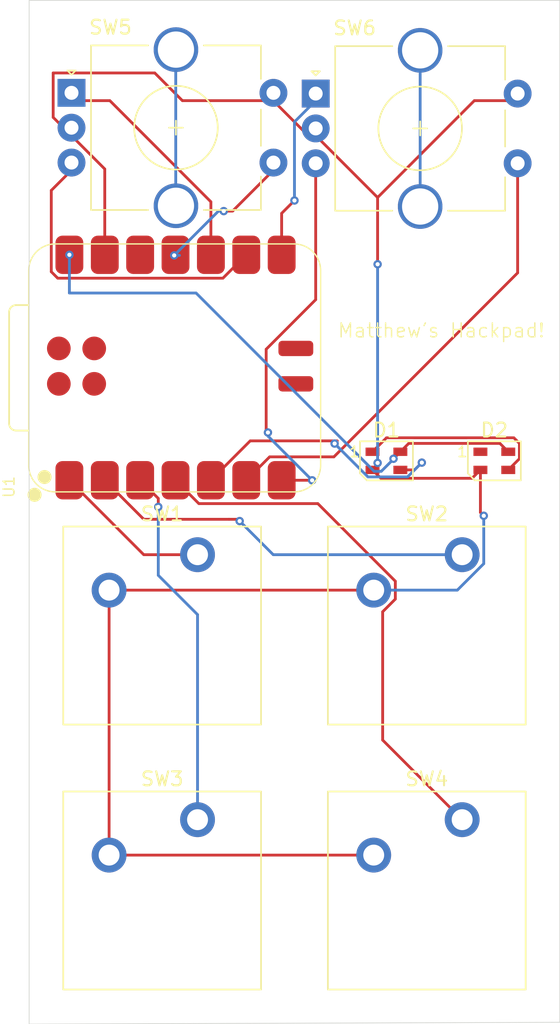
<source format=kicad_pcb>
(kicad_pcb (version 20241229) (generator "pcbnew") (generator_version "9.0")
  (layers (0 "F.Cu" signal) (2 "B.Cu" signal) (13 "F.Paste" user) (15 "B.Paste" user) (5 "F.SilkS" user "F.Silkscreen") (7 "B.SilkS" user "B.Silkscreen") (1 "F.Mask" user) (3 "B.Mask" user) (25 "Edge.Cuts" user))
  (net 0 "")
  (net 1 "+5V")
  (net 2 "Net-(D1-DIN)")
  (net 3 "Net-(D1-DOUT)")
  (net 4 "GND")
  (net 6 "Net-(U1-GPIO26{slash}ADC0{slash}A0)")
  (net 7 "Net-(U1-GPIO27{slash}ADC1{slash}A1)")
  (net 8 "Net-(U1-GPIO28{slash}ADC2{slash}A2)")
  (net 9 "Net-(U1-GPIO29{slash}ADC3{slash}A3)")
  (net 10 "Net-(U1-GPIO4{slash}MISO)")
  (net 11 "Net-(U1-GPIO3{slash}MOSI)")
  (net 12 "Net-(U1-GPIO2{slash}SCK)")
  (net 13 "unconnected-(SW5-PadMP)")
  (net 14 "unconnected-(SW6-PadMP)")
  (net 16 "Net-(U1-GPIO0{slash}TX)")
  (net 17 "Net-(U1-GPIO1{slash}RX)")
  (net 18 "Net-(U1-GPIO7{slash}SCL)")
  (footprint "PCM_Switch_Keyboard_Cherry_MX:SW_Cherry_MX_PCB_1.00u" (layer "F.Cu") (at 144.247 126.315)
    (property "Reference" "SW4" (at 0 -8 0) (layer "F.SilkS"))
    (property "Value" "SW_Push_45deg")
    (fp_line (start -7.1 -7.1) (end -7.1 7.1) (stroke (width 0.12)) (layer "F.SilkS"))
    (fp_line (start -7.1 7.1) (end 7.1 7.1) (stroke (width 0.12)) (layer "F.SilkS"))
    (fp_line (start 7.1 -7.1) (end -7.1 -7.1) (stroke (width 0.12)) (layer "F.SilkS"))
    (fp_line (start 7.1 7.1) (end 7.1 -7.1) (stroke (width 0.12)) (layer "F.SilkS"))
    (pad "" np_thru_hole circle (at -5.08 0) (size 1.75 1.75) (drill 1.75) (layers "*.Cu" "*.Mask"))
    (pad "" np_thru_hole circle (at 0 0) (size 4 4) (drill 4) (layers "*.Cu" "*.Mask"))
    (pad "" np_thru_hole circle (at 5.08 0) (size 1.75 1.75) (drill 1.75) (layers "*.Cu" "*.Mask"))
    (pad "1" thru_hole circle (at -3.81 -2.54) (size 2.5 2.5) (drill 1.5) (layers "*.Cu" "*.Mask") (net 4 "GND"))
    (pad "2" thru_hole circle (at 2.54 -5.08) (size 2.5 2.5) (drill 1.5) (layers "*.Cu" "*.Mask") (net 9 "Net-(U1-GPIO29{slash}ADC3{slash}A3)"))
  )
  (footprint "PCM_Switch_Keyboard_Cherry_MX:SW_Cherry_MX_PCB_1.00u" (layer "F.Cu") (at 144.247 107.315)
    (property "Reference" "SW2" (at 0 -8 0) (layer "F.SilkS"))
    (property "Value" "SW_Push_45deg" (hide yes))
    (fp_line (start -7.1 -7.1) (end -7.1 7.1) (stroke (width 0.12)) (layer "F.SilkS"))
    (fp_line (start -7.1 7.1) (end 7.1 7.1) (stroke (width 0.12)) (layer "F.SilkS"))
    (fp_line (start 7.1 -7.1) (end -7.1 -7.1) (stroke (width 0.12)) (layer "F.SilkS"))
    (fp_line (start 7.1 7.1) (end 7.1 -7.1) (stroke (width 0.12)) (layer "F.SilkS"))
    (pad "" np_thru_hole circle (at -5.08 0) (size 1.75 1.75) (drill 1.75) (layers "*.Cu" "*.Mask"))
    (pad "" np_thru_hole circle (at 0 0) (size 4 4) (drill 4) (layers "*.Cu" "*.Mask"))
    (pad "" np_thru_hole circle (at 5.08 0) (size 1.75 1.75) (drill 1.75) (layers "*.Cu" "*.Mask"))
    (pad "1" thru_hole circle (at -3.81 -2.54) (size 2.5 2.5) (drill 1.5) (layers "*.Cu" "*.Mask") (net 4 "GND"))
    (pad "2" thru_hole circle (at 2.54 -5.08) (size 2.5 2.5) (drill 1.5) (layers "*.Cu" "*.Mask") (net 7 "Net-(U1-GPIO27{slash}ADC1{slash}A1)"))
  )
  (footprint "Rotary_Encoder:RotaryEncoder_Alps_EC11E-Switch_Vertical_H20mm_CircularMountingHoles" (layer "F.Cu") (at 118.738 69.116)
    (property "Reference" "SW5" (at 2.8 -4.7 0) (layer "F.SilkS"))
    (property "Value" "RotaryEncoder_Switch_MP" (hide yes))
    (fp_line (start -0.3 -1.6) (end 0.3 -1.6) (stroke (width 0.12)) (layer "F.SilkS"))
    (fp_line (start 0 -1.3) (end -0.3 -1.6) (stroke (width 0.12)) (layer "F.SilkS"))
    (fp_line (start 0.3 -1.6) (end 0 -1.3) (stroke (width 0.12)) (layer "F.SilkS"))
    (fp_line (start 1.4 -3.4) (end 1.4 8.4) (stroke (width 0.12)) (layer "F.SilkS"))
    (fp_line (start 5.5 -3.4) (end 1.4 -3.4) (stroke (width 0.12)) (layer "F.SilkS"))
    (fp_line (start 5.5 8.4) (end 1.4 8.4) (stroke (width 0.12)) (layer "F.SilkS"))
    (fp_line (start 7 2.5) (end 8 2.5) (stroke (width 0.12)) (layer "F.SilkS"))
    (fp_line (start 7.5 2) (end 7.5 3) (stroke (width 0.12)) (layer "F.SilkS"))
    (fp_line (start 9.5 -3.4) (end 13.6 -3.4) (stroke (width 0.12)) (layer "F.SilkS"))
    (fp_line (start 13.6 -3.4) (end 13.6 -1) (stroke (width 0.12)) (layer "F.SilkS"))
    (fp_line (start 13.6 1.2) (end 13.6 3.8) (stroke (width 0.12)) (layer "F.SilkS"))
    (fp_line (start 13.6 6) (end 13.6 8.4) (stroke (width 0.12)) (layer "F.SilkS"))
    (fp_line (start 13.6 8.4) (end 9.5 8.4) (stroke (width 0.12)) (layer "F.SilkS"))
    (fp_circle (center 7.5 2.5) (end 10.5 2.5) (stroke (width 0.12)) (fill no) (layer "F.SilkS"))
    (pad "A" thru_hole rect (at 0 0) (size 2 2) (drill 1) (layers "*.Cu" "*.Mask") (net 10 "Net-(U1-GPIO4{slash}MISO)"))
    (pad "B" thru_hole circle (at 0 5) (size 2 2) (drill 1) (layers "*.Cu" "*.Mask") (net 12 "Net-(U1-GPIO2{slash}SCK)"))
    (pad "C" thru_hole circle (at 0 2.5) (size 2 2) (drill 1) (layers "*.Cu" "*.Mask") (net 4 "GND"))
    (pad "MP" thru_hole circle (at 7.5 -3.1) (size 3.2 3.2) (drill 2.6) (layers "*.Cu" "*.Mask") (net 13 "unconnected-(SW5-PadMP)"))
    (pad "MP" thru_hole circle (at 7.5 8.1) (size 3.2 3.2) (drill 2.6) (layers "*.Cu" "*.Mask") (net 13 "unconnected-(SW5-PadMP)"))
    (pad "S1" thru_hole circle (at 14.5 5) (size 2 2) (drill 1) (layers "*.Cu" "*.Mask") (net 11 "Net-(U1-GPIO3{slash}MOSI)"))
    (pad "S2" thru_hole circle (at 14.5 0) (size 2 2) (drill 1) (layers "*.Cu" "*.Mask") (net 4 "GND"))
  )
  (footprint "Seeed Studio XIAO Series Library:XIAO-RP2040-SMD" (layer "F.Cu") (at 126.20625 88.8955 90)
    (property "Reference" "U1" (at -9.335 -11.5 90) (layer "F.SilkS") (effects (font (size 0.78232 0.78232) (thickness 0.10668)) (justify left bottom)))
    (property "Value" "XIAO-RP2040-DIP" (hide yes))
    (fp_line (start -3.936272 -11.947) (end 4.059 -11.947) (stroke (width 0.127)) (layer "F.SilkS"))
    (fp_line (start 4.559 -11.447) (end 4.559 -10.537) (stroke (width 0.127)) (layer "F.SilkS"))
    (fp_line (start 7.04 -10.537) (end -6.93 -10.537) (stroke (width 0.1)) (layer "F.SilkS"))
    (fp_line (start -4.44 -10.537) (end -4.436272 -11.447272) (stroke (width 0.127)) (layer "F.SilkS"))
    (fp_line (start 8.945 8.513) (end 8.945 -8.632) (stroke (width 0.1)) (layer "F.SilkS"))
    (fp_line (start -8.835 8.513) (end -8.835 -8.632) (stroke (width 0.1)) (layer "F.SilkS"))
    (fp_line (start -6.93 10.418) (end 7.04 10.418) (stroke (width 0.1)) (layer "F.SilkS"))
    (fp_arc (start 4.059 -11.947) (mid 4.412553 -11.800553) (end 4.559 -11.447) (stroke (width 0.127)) (layer "F.SilkS"))
    (fp_arc (start -4.436272 -11.447272) (mid -4.289724 -11.800644) (end -3.936272 -11.947) (stroke (width 0.127)) (layer "F.SilkS"))
    (fp_arc (start 7.04 -10.537) (mid 8.387038 -9.979038) (end 8.945 -8.632) (stroke (width 0.1)) (layer "F.SilkS"))
    (fp_arc (start -8.835 -8.636) (mid -8.277038 -9.983038) (end -6.93 -10.541) (stroke (width 0.1)) (layer "F.SilkS"))
    (fp_arc (start 8.945 8.513) (mid 8.387038 9.860038) (end 7.04 10.418) (stroke (width 0.1)) (layer "F.SilkS"))
    (fp_arc (start -6.93 10.418) (mid -8.277038 9.860038) (end -8.835 8.513) (stroke (width 0.1)) (layer "F.SilkS"))
    (fp_circle (center -9.045 -10.121) (end -9.045 -10.375) (stroke (width 0.5)) (fill yes) (layer "F.SilkS"))
    (fp_circle (center -7.771 -9.404) (end -7.771 -9.658) (stroke (width 0.5)) (fill yes) (layer "F.SilkS"))
    (pad "1" smd roundrect (at -8 -7.62 90) (size 2.75 2) (layers "F.Cu" "F.Mask" "F.Paste") (net 6 "Net-(U1-GPIO26{slash}ADC0{slash}A0)"))
    (pad "2" smd roundrect (at -8 -5.08 90) (size 2.75 2) (layers "F.Cu" "F.Mask" "F.Paste") (net 7 "Net-(U1-GPIO27{slash}ADC1{slash}A1)"))
    (pad "3" smd roundrect (at -8 -2.54 90) (size 2.75 2) (layers "F.Cu" "F.Mask" "F.Paste") (net 8 "Net-(U1-GPIO28{slash}ADC2{slash}A2)"))
    (pad "4" smd roundrect (at -8 0 90) (size 2.75 2) (layers "F.Cu" "F.Mask" "F.Paste") (net 9 "Net-(U1-GPIO29{slash}ADC3{slash}A3)"))
    (pad "5" smd roundrect (at -8 2.54 90) (size 2.75 2) (layers "F.Cu" "F.Mask" "F.Paste") (net 2 "Net-(D1-DIN)"))
    (pad "6" smd roundrect (at -8 5.08 90) (size 2.75 2) (layers "F.Cu" "F.Mask" "F.Paste") (net 18 "Net-(U1-GPIO7{slash}SCL)"))
    (pad "7" smd roundrect (at -8 7.62 90) (size 2.75 2) (layers "F.Cu" "F.Mask" "F.Paste") (net 16 "Net-(U1-GPIO0{slash}TX)"))
    (pad "8" smd roundrect (at 8.165 7.62 90) (size 2.75 2) (layers "F.Cu" "F.Mask" "F.Paste") (net 17 "Net-(U1-GPIO1{slash}RX)"))
    (pad "9" smd roundrect (at 8.165 5.08 90) (size 2.75 2) (layers "F.Cu" "F.Mask" "F.Paste") (net 12 "Net-(U1-GPIO2{slash}SCK)"))
    (pad "10" smd roundrect (at 8.165 2.54 90) (size 2.75 2) (layers "F.Cu" "F.Mask" "F.Paste") (net 10 "Net-(U1-GPIO4{slash}MISO)"))
    (pad "11" smd roundrect (at 8.165 0 90) (size 2.75 2) (layers "F.Cu" "F.Mask" "F.Paste") (net 11 "Net-(U1-GPIO3{slash}MOSI)"))
    (pad "12" smd roundrect (at 8.165 -2.54 90) (size 2.75 2) (layers "F.Cu" "F.Mask" "F.Paste"))
    (pad "13" smd roundrect (at 8.165 -5.08 90) (size 2.75 2) (layers "F.Cu" "F.Mask" "F.Paste") (net 4 "GND"))
    (pad "14" smd roundrect (at 8.165 -7.62 90) (size 2.75 2) (layers "F.Cu" "F.Mask" "F.Paste") (net 1 "+5V"))
    (pad "15" smd roundrect (at -1.088 8.64) (size 2.5 1.1) (layers "F.Cu" "F.Mask" "F.Paste"))
    (pad "16" smd roundrect (at 1.452 8.64) (size 2.5 1.1) (layers "F.Cu" "F.Mask" "F.Paste"))
    (pad "17" smd circle (at -1.088 -8.378 90) (size 1.7 1.7) (layers "F.Cu" "F.Mask" "F.Paste"))
    (pad "18" smd circle (at 1.452 -8.378 90) (size 1.7 1.7) (layers "F.Cu" "F.Mask" "F.Paste"))
    (pad "19" smd circle (at -1.088 -5.838 90) (size 1.7 1.7) (layers "F.Cu" "F.Mask" "F.Paste"))
    (pad "20" smd circle (at 1.452 -5.838 90) (size 1.7 1.7) (layers "F.Cu" "F.Mask" "F.Paste"))
  )
  (footprint "PCM_Switch_Keyboard_Cherry_MX:SW_Cherry_MX_PCB_1.00u" (layer "F.Cu") (at 125.247 126.315)
    (property "Reference" "SW3" (at 0 -8 0) (layer "F.SilkS"))
    (property "Value" "SW_Push_45deg")
    (fp_line (start -7.1 -7.1) (end -7.1 7.1) (stroke (width 0.12)) (layer "F.SilkS"))
    (fp_line (start -7.1 7.1) (end 7.1 7.1) (stroke (width 0.12)) (layer "F.SilkS"))
    (fp_line (start 7.1 -7.1) (end -7.1 -7.1) (stroke (width 0.12)) (layer "F.SilkS"))
    (fp_line (start 7.1 7.1) (end 7.1 -7.1) (stroke (width 0.12)) (layer "F.SilkS"))
    (pad "" np_thru_hole circle (at -5.08 0) (size 1.75 1.75) (drill 1.75) (layers "*.Cu" "*.Mask"))
    (pad "" np_thru_hole circle (at 0 0) (size 4 4) (drill 4) (layers "*.Cu" "*.Mask"))
    (pad "" np_thru_hole circle (at 5.08 0) (size 1.75 1.75) (drill 1.75) (layers "*.Cu" "*.Mask"))
    (pad "1" thru_hole circle (at -3.81 -2.54) (size 2.5 2.5) (drill 1.5) (layers "*.Cu" "*.Mask") (net 4 "GND"))
    (pad "2" thru_hole circle (at 2.54 -5.08) (size 2.5 2.5) (drill 1.5) (layers "*.Cu" "*.Mask") (net 8 "Net-(U1-GPIO28{slash}ADC2{slash}A2)"))
  )
  (footprint "PCM_Switch_Keyboard_Cherry_MX:SW_Cherry_MX_PCB_1.00u" (layer "F.Cu") (at 125.247 107.315)
    (property "Reference" "SW1" (at 0 -8 0) (layer "F.SilkS"))
    (property "Value" "SW_Push_45deg")
    (fp_line (start -7.1 -7.1) (end -7.1 7.1) (stroke (width 0.12)) (layer "F.SilkS"))
    (fp_line (start -7.1 7.1) (end 7.1 7.1) (stroke (width 0.12)) (layer "F.SilkS"))
    (fp_line (start 7.1 -7.1) (end -7.1 -7.1) (stroke (width 0.12)) (layer "F.SilkS"))
    (fp_line (start 7.1 7.1) (end 7.1 -7.1) (stroke (width 0.12)) (layer "F.SilkS"))
    (pad "" np_thru_hole circle (at -5.08 0) (size 1.75 1.75) (drill 1.75) (layers "*.Cu" "*.Mask"))
    (pad "" np_thru_hole circle (at 0 0) (size 4 4) (drill 4) (layers "*.Cu" "*.Mask"))
    (pad "" np_thru_hole circle (at 5.08 0) (size 1.75 1.75) (drill 1.75) (layers "*.Cu" "*.Mask"))
    (pad "1" thru_hole circle (at -3.81 -2.54) (size 2.5 2.5) (drill 1.5) (layers "*.Cu" "*.Mask") (net 4 "GND"))
    (pad "2" thru_hole circle (at 2.54 -5.08) (size 2.5 2.5) (drill 1.5) (layers "*.Cu" "*.Mask") (net 6 "Net-(U1-GPIO26{slash}ADC0{slash}A0)"))
  )
  (footprint "Rotary_Encoder:RotaryEncoder_Alps_EC11E-Switch_Vertical_H20mm_CircularMountingHoles" (layer "F.Cu") (at 136.271 69.168)
    (property "Reference" "SW6" (at 2.8 -4.7 0) (layer "F.SilkS"))
    (property "Value" "RotaryEncoder_Switch_MP" (hide yes))
    (fp_line (start -0.3 -1.6) (end 0.3 -1.6) (stroke (width 0.12)) (layer "F.SilkS"))
    (fp_line (start 0 -1.3) (end -0.3 -1.6) (stroke (width 0.12)) (layer "F.SilkS"))
    (fp_line (start 0.3 -1.6) (end 0 -1.3) (stroke (width 0.12)) (layer "F.SilkS"))
    (fp_line (start 1.4 -3.4) (end 1.4 8.4) (stroke (width 0.12)) (layer "F.SilkS"))
    (fp_line (start 5.5 -3.4) (end 1.4 -3.4) (stroke (width 0.12)) (layer "F.SilkS"))
    (fp_line (start 5.5 8.4) (end 1.4 8.4) (stroke (width 0.12)) (layer "F.SilkS"))
    (fp_line (start 7 2.5) (end 8 2.5) (stroke (width 0.12)) (layer "F.SilkS"))
    (fp_line (start 7.5 2) (end 7.5 3) (stroke (width 0.12)) (layer "F.SilkS"))
    (fp_line (start 9.5 -3.4) (end 13.6 -3.4) (stroke (width 0.12)) (layer "F.SilkS"))
    (fp_line (start 13.6 -3.4) (end 13.6 -1) (stroke (width 0.12)) (layer "F.SilkS"))
    (fp_line (start 13.6 1.2) (end 13.6 3.8) (stroke (width 0.12)) (layer "F.SilkS"))
    (fp_line (start 13.6 6) (end 13.6 8.4) (stroke (width 0.12)) (layer "F.SilkS"))
    (fp_line (start 13.6 8.4) (end 9.5 8.4) (stroke (width 0.12)) (layer "F.SilkS"))
    (fp_circle (center 7.5 2.5) (end 10.5 2.5) (stroke (width 0.12)) (fill no) (layer "F.SilkS"))
    (pad "A" thru_hole rect (at 0 0) (size 2 2) (drill 1) (layers "*.Cu" "*.Mask") (net 17 "Net-(U1-GPIO1{slash}RX)"))
    (pad "B" thru_hole circle (at 0 5) (size 2 2) (drill 1) (layers "*.Cu" "*.Mask") (net 16 "Net-(U1-GPIO0{slash}TX)"))
    (pad "C" thru_hole circle (at 0 2.5) (size 2 2) (drill 1) (layers "*.Cu" "*.Mask") (net 4 "GND"))
    (pad "MP" thru_hole circle (at 7.5 -3.1) (size 3.2 3.2) (drill 2.6) (layers "*.Cu" "*.Mask") (net 14 "unconnected-(SW6-PadMP)"))
    (pad "MP" thru_hole circle (at 7.5 8.1) (size 3.2 3.2) (drill 2.6) (layers "*.Cu" "*.Mask") (net 14 "unconnected-(SW6-PadMP)"))
    (pad "S1" thru_hole circle (at 14.5 5) (size 2 2) (drill 1) (layers "*.Cu" "*.Mask") (net 18 "Net-(U1-GPIO7{slash}SCL)"))
    (pad "S2" thru_hole circle (at 14.5 0) (size 2 2) (drill 1) (layers "*.Cu" "*.Mask") (net 4 "GND"))
  )
  (footprint "LED_SMD:LED_SK6805_PLCC4_2.4x2.7mm_P1.3mm" (layer "F.Cu") (at 141.351 95.504)
    (property "Reference" "D1" (at 0 -2.2 0) (layer "F.SilkS"))
    (property "Value" "SK6805" (hide yes))
    (fp_line (start -1.9 -1.4) (end -1.9 0.9) (stroke (width 0.12)) (layer "F.SilkS"))
    (fp_line (start -1.9 -1.4) (end 1.9 -1.4) (stroke (width 0.12)) (layer "F.SilkS"))
    (fp_line (start -1.9 0.9) (end -1.4 1.4) (stroke (width 0.12)) (layer "F.SilkS"))
    (fp_line (start 1.9 1.4) (end -1.4 1.4) (stroke (width 0.12)) (layer "F.SilkS"))
    (fp_line (start 1.9 1.4) (end 1.9 -1.4) (stroke (width 0.12)) (layer "F.SilkS"))
    (fp_text user "1" (at -2.3 -0.65 0) (layer "F.SilkS") (effects (font (size 0.75 0.75) (thickness 0.12))))
    (pad "1" smd rect (at -1 -0.65) (size 1 0.6) (layers "F.Cu" "F.Mask" "F.Paste") (net 3 "Net-(D1-DOUT)"))
    (pad "2" smd rect (at -1 0.65) (size 1 0.6) (layers "F.Cu" "F.Mask" "F.Paste") (net 4 "GND"))
    (pad "3" smd rect (at 1 0.65) (size 1 0.6) (layers "F.Cu" "F.Mask" "F.Paste") (net 2 "Net-(D1-DIN)"))
    (pad "4" smd rect (at 1 -0.65) (size 1 0.6) (layers "F.Cu" "F.Mask" "F.Paste") (net 1 "+5V"))
  )
  (footprint "LED_SMD:LED_SK6805_PLCC4_2.4x2.7mm_P1.3mm" (layer "F.Cu") (at 149.098 95.504)
    (property "Reference" "D2" (at 0 -2.2 0) (layer "F.SilkS"))
    (property "Value" "SK6805" (hide yes))
    (fp_line (start -1.9 -1.4) (end -1.9 0.9) (stroke (width 0.12)) (layer "F.SilkS"))
    (fp_line (start -1.9 -1.4) (end 1.9 -1.4) (stroke (width 0.12)) (layer "F.SilkS"))
    (fp_line (start -1.9 0.9) (end -1.4 1.4) (stroke (width 0.12)) (layer "F.SilkS"))
    (fp_line (start 1.9 1.4) (end -1.4 1.4) (stroke (width 0.12)) (layer "F.SilkS"))
    (fp_line (start 1.9 1.4) (end 1.9 -1.4) (stroke (width 0.12)) (layer "F.SilkS"))
    (fp_text user "1" (at -2.3 -0.65 0) (layer "F.SilkS") (effects (font (size 0.75 0.75) (thickness 0.12))))
    (pad "1" smd rect (at -1 -0.65) (size 1 0.6) (layers "F.Cu" "F.Mask" "F.Paste"))
    (pad "2" smd rect (at -1 0.65) (size 1 0.6) (layers "F.Cu" "F.Mask" "F.Paste") (net 4 "GND"))
    (pad "3" smd rect (at 1 0.65) (size 1 0.6) (layers "F.Cu" "F.Mask" "F.Paste") (net 3 "Net-(D1-DOUT)"))
    (pad "4" smd rect (at 1 -0.65) (size 1 0.6) (layers "F.Cu" "F.Mask" "F.Paste") (net 1 "+5V"))
  )
  (gr_line (start 115.697 62.484) (end 115.697 135.89) (stroke (width 0.05)) (layer "Edge.Cuts"))
  (gr_line (start 153.797 63.754) (end 153.797 62.484) (stroke (width 0.05)) (layer "Edge.Cuts"))
  (gr_line (start 115.697 135.89) (end 153.797 135.763) (stroke (width 0.05)) (layer "Edge.Cuts"))
  (gr_line (start 153.797 135.763) (end 153.797 63.754) (stroke (width 0.05)) (layer "Edge.Cuts"))
  (gr_line (start 153.797 62.484) (end 115.697 62.484) (stroke (width 0.05)) (layer "Edge.Cuts"))
  (gr_text "Matthew's Hackpad!" (at 137.795 86.741 0) (layer "F.SilkS") (effects (font (size 1 1) (thickness 0.1)) (justify left bottom)))
  (segment (start 141.859 95.353998) (end 141.859 95.346) (width 0.2) (layer "F.Cu") (net 1))
  (segment (start 142.351 94.854) (end 142.952 94.253) (width 0.2) (layer "F.Cu") (net 1))
  (segment (start 141.859 95.346) (end 142.351 94.854) (width 0.2) (layer "F.Cu") (net 1))
  (segment (start 142.952 94.253) (end 149.497 94.253) (width 0.2) (layer "F.Cu") (net 1))
  (segment (start 149.497 94.253) (end 150.098 94.854) (width 0.2) (layer "F.Cu") (net 1))
  (via (at 118.58625 80.7305) (size 0.6) (drill 0.3) (layers "F.Cu" "B.Cu") (net 1))
  (via (at 141.859 95.353998) (size 0.6) (drill 0.3) (layers "F.Cu" "B.Cu") (net 1))
  (segment (start 140.980998 96.255002) (end 141.859 95.377) (width 0.2) (layer "B.Cu") (net 1))
  (segment (start 118.58625 80.7305) (end 118.58625 83.47075) (width 0.2) (layer "B.Cu") (net 1))
  (segment (start 118.58625 83.47075) (end 127.682805 83.47075) (width 0.2) (layer "B.Cu") (net 1))
  (segment (start 127.682805 83.47075) (end 140.467057 96.255002) (width 0.2) (layer "B.Cu") (net 1))
  (segment (start 141.859 95.377) (end 141.859 95.353998) (width 0.2) (layer "B.Cu") (net 1))
  (segment (start 140.467057 96.255002) (end 140.980998 96.255002) (width 0.2) (layer "B.Cu") (net 1))
  (segment (start 142.351 96.154) (end 143.368 96.154) (width 0.2) (layer "F.Cu") (net 2))
  (segment (start 131.56875 94.073) (end 137.82 94.073) (width 0.2) (layer "F.Cu") (net 2))
  (segment (start 128.74625 96.8955) (end 131.56875 94.073) (width 0.2) (layer "F.Cu") (net 2))
  (segment (start 143.368 96.154) (end 143.891 95.631) (width 0.2) (layer "F.Cu") (net 2))
  (via (at 143.891 95.631) (size 0.6) (drill 0.3) (layers "F.Cu" "B.Cu") (net 2))
  (via (at 137.628263 94.264737) (size 0.6) (drill 0.3) (layers "F.Cu" "B.Cu") (net 2))
  (segment (start 140.019528 96.656002) (end 137.628263 94.264737) (width 0.2) (layer "B.Cu") (net 2))
  (segment (start 142.865998 96.656002) (end 140.019528 96.656002) (width 0.2) (layer "B.Cu") (net 2))
  (segment (start 143.891 95.631) (end 142.865998 96.656002) (width 0.2) (layer "B.Cu") (net 2))
  (segment (start 150.498 93.852) (end 141.353 93.852) (width 0.2) (layer "F.Cu") (net 3))
  (segment (start 141.353 93.852) (end 140.351 94.854) (width 0.2) (layer "F.Cu") (net 3))
  (segment (start 150.899 94.253) (end 150.498 93.852) (width 0.2) (layer "F.Cu") (net 3))
  (segment (start 150.899 95.353) (end 150.899 94.253) (width 0.2) (layer "F.Cu") (net 3))
  (segment (start 150.098 96.154) (end 150.899 95.353) (width 0.2) (layer "F.Cu") (net 3))
  (segment (start 147.661 69.676) (end 140.716 76.621) (width 0.2) (layer "F.Cu") (net 4))
  (segment (start 136.271 72.176) (end 140.716 76.621) (width 0.2) (layer "F.Cu") (net 4))
  (segment (start 140.716 95.654002) (end 140.716 95.789) (width 0.2) (layer "F.Cu") (net 4))
  (segment (start 147.497 96.755) (end 140.952 96.755) (width 0.2) (layer "F.Cu") (net 4))
  (segment (start 140.716 81.533) (end 140.716 81.534) (width 0.2) (layer "F.Cu") (net 4))
  (segment (start 148.098 96.154) (end 147.497 96.755) (width 0.2) (layer "F.Cu") (net 4))
  (segment (start 121.12625 80.7305) (end 121.12625 74.57925) (width 0.2) (layer "F.Cu") (net 4))
  (segment (start 140.437 123.775) (end 121.437 123.775) (width 0.2) (layer "F.Cu") (net 4))
  (segment (start 150.771 69.676) (end 147.661 69.676) (width 0.2) (layer "F.Cu") (net 4))
  (segment (start 118.832 72.176) (end 118.872 72.136) (width 0.2) (layer "F.Cu") (net 4))
  (segment (start 121.437 104.775) (end 140.437 104.775) (width 0.2) (layer "F.Cu") (net 4))
  (segment (start 121.437 123.775) (end 121.437 104.775) (width 0.2) (layer "F.Cu") (net 4))
  (segment (start 140.716 95.789) (end 140.351 96.154) (width 0.2) (layer "F.Cu") (net 4))
  (segment (start 133.223 69.676) (end 135.723 72.176) (width 0.2) (layer "F.Cu") (net 4))
  (segment (start 140.716 81.534) (end 140.716 81.407) (width 0.2) (layer "F.Cu") (net 4))
  (segment (start 117.422 67.691) (end 124.714 67.691) (width 0.2) (layer "F.Cu") (net 4))
  (segment (start 148.098 99.203) (end 148.338 99.443) (width 0.2) (layer "F.Cu") (net 4))
  (segment (start 126.699 69.676) (end 133.223 69.676) (width 0.2) (layer "F.Cu") (net 4))
  (segment (start 140.716 76.621) (end 140.716 81.533) (width 0.2) (layer "F.Cu") (net 4))
  (segment (start 117.422 70.875) (end 117.422 67.691) (width 0.2) (layer "F.Cu") (net 4))
  (segment (start 148.098 96.154) (end 148.098 99.203) (width 0.2) (layer "F.Cu") (net 4))
  (segment (start 124.714 67.691) (end 126.699 69.676) (width 0.2) (layer "F.Cu") (net 4))
  (segment (start 135.723 72.176) (end 136.271 72.176) (width 0.2) (layer "F.Cu") (net 4))
  (segment (start 121.12625 74.57925) (end 117.422 70.875) (width 0.2) (layer "F.Cu") (net 4))
  (segment (start 140.952 96.755) (end 140.351 96.154) (width 0.2) (layer "F.Cu") (net 4))
  (via (at 148.338 99.443) (size 0.6) (drill 0.3) (layers "F.Cu" "B.Cu") (net 4))
  (via (at 140.716 81.407) (size 0.6) (drill 0.3) (layers "F.Cu" "B.Cu") (net 4))
  (via (at 140.716 95.654002) (size 0.6) (drill 0.3) (layers "F.Cu" "B.Cu") (net 4))
  (segment (start 148.338 99.443) (end 148.338 102.877446) (width 0.2) (layer "B.Cu") (net 4))
  (segment (start 148.338 102.877446) (end 146.440446 104.775) (width 0.2) (layer "B.Cu") (net 4))
  (segment (start 140.716 81.407) (end 140.716 95.654002) (width 0.2) (layer "B.Cu") (net 4))
  (segment (start 146.440446 104.775) (end 140.437 104.775) (width 0.2) (layer "B.Cu") (net 4))
  (segment (start 118.58625 96.8955) (end 123.92575 102.235) (width 0.2) (layer "F.Cu") (net 6))
  (segment (start 123.92575 102.235) (end 127.787 102.235) (width 0.2) (layer "F.Cu") (net 6))
  (segment (start 123.92575 99.695) (end 130.048 99.695) (width 0.2) (layer "F.Cu") (net 7))
  (segment (start 130.683 99.695) (end 130.81 99.822) (width 0.2) (layer "F.Cu") (net 7))
  (segment (start 130.048 99.695) (end 130.683 99.695) (width 0.2) (layer "F.Cu") (net 7))
  (segment (start 121.12625 96.8955) (end 123.92575 99.695) (width 0.2) (layer "F.Cu") (net 7))
  (via (at 130.81 99.822) (size 0.6) (drill 0.3) (layers "F.Cu" "B.Cu") (net 7))
  (segment (start 133.223 102.235) (end 146.787 102.235) (width 0.2) (layer "B.Cu") (net 7))
  (segment (start 130.81 99.822) (end 133.223 102.235) (width 0.2) (layer "B.Cu") (net 7))
  (segment (start 123.66625 96.8955) (end 124.968 98.19725) (width 0.2) (layer "F.Cu") (net 8))
  (segment (start 124.968 98.19725) (end 124.968 98.806) (width 0.2) (layer "F.Cu") (net 8))
  (via (at 124.968 98.806) (size 0.6) (drill 0.3) (layers "F.Cu" "B.Cu") (net 8))
  (segment (start 127.787 106.530184) (end 127.787 121.235) (width 0.2) (layer "B.Cu") (net 8))
  (segment (start 124.968 103.711184) (end 127.787 106.530184) (width 0.2) (layer "B.Cu") (net 8))
  (segment (start 124.968 98.806) (end 124.968 103.711184) (width 0.2) (layer "B.Cu") (net 8))
  (segment (start 141.988 104.132554) (end 136.426946 98.5715) (width 0.2) (layer "F.Cu") (net 9))
  (segment (start 127.88225 98.5715) (end 126.20625 96.8955) (width 0.2) (layer "F.Cu") (net 9))
  (segment (start 136.426946 98.5715) (end 127.88225 98.5715) (width 0.2) (layer "F.Cu") (net 9))
  (segment (start 141.079446 115.527446) (end 141.079446 106.326) (width 0.2) (layer "F.Cu") (net 9))
  (segment (start 146.787 121.235) (end 141.079446 115.527446) (width 0.2) (layer "F.Cu") (net 9))
  (segment (start 141.079446 106.326) (end 141.988 105.417446) (width 0.2) (layer "F.Cu") (net 9))
  (segment (start 141.988 105.417446) (end 141.988 104.132554) (width 0.2) (layer "F.Cu") (net 9))
  (segment (start 118.723 69.676) (end 121.492 69.676) (width 0.2) (layer "F.Cu") (net 10))
  (segment (start 128.74625 76.93025) (end 128.74625 80.7305) (width 0.2) (layer "F.Cu") (net 10))
  (segment (start 121.492 69.676) (end 128.74625 76.93025) (width 0.2) (layer "F.Cu") (net 10))
  (segment (start 126.1525 80.7305) (end 126.111 80.772) (width 0.2) (layer "F.Cu") (net 11))
  (segment (start 126.20625 80.7305) (end 126.1525 80.7305) (width 0.2) (layer "F.Cu") (net 11))
  (segment (start 130.302 77.597) (end 129.667 77.597) (width 0.2) (layer "F.Cu") (net 11))
  (segment (start 133.223 74.676) (end 130.302 77.597) (width 0.2) (layer "F.Cu") (net 11))
  (via (at 126.111 80.772) (size 0.6) (drill 0.3) (layers "F.Cu" "B.Cu") (net 11))
  (via (at 129.667 77.597) (size 0.6) (drill 0.3) (layers "F.Cu" "B.Cu") (net 11))
  (segment (start 126.492 80.772) (end 126.111 80.772) (width 0.2) (layer "B.Cu") (net 11))
  (segment (start 129.667 77.597) (end 129.286 77.597) (width 0.2) (layer "B.Cu") (net 11))
  (segment (start 129.286 77.597) (end 126.111 80.772) (width 0.2) (layer "B.Cu") (net 11))
  (segment (start 129.61025 82.4065) (end 131.28625 80.7305) (width 0.2) (layer "F.Cu") (net 12))
  (segment (start 117.747192 82.4065) (end 129.61025 82.4065) (width 0.2) (layer "F.Cu") (net 12))
  (segment (start 118.723 74.676) (end 117.28525 76.11375) (width 0.2) (layer "F.Cu") (net 12))
  (segment (start 117.28525 81.944558) (end 117.747192 82.4065) (width 0.2) (layer "F.Cu") (net 12))
  (segment (start 117.28525 76.11375) (end 117.28525 81.944558) (width 0.2) (layer "F.Cu") (net 12))
  (segment (start 126.223 66.576) (end 126.223 77.776) (width 0.2) (layer "B.Cu") (net 13))
  (segment (start 143.771 66.576) (end 143.771 77.776) (width 0.2) (layer "B.Cu") (net 14))
  (segment (start 132.715 93.218) (end 132.715 93.345) (width 0.2) (layer "F.Cu") (net 16))
  (segment (start 132.715 93.345) (end 132.842 93.472) (width 0.2) (layer "F.Cu") (net 16))
  (segment (start 136.017 96.901) (end 136.0115 96.8955) (width 0.2) (layer "F.Cu") (net 16))
  (segment (start 136.271 83.946544) (end 132.715 87.502544) (width 0.2) (layer "F.Cu") (net 16))
  (segment (start 132.715 87.502544) (end 132.715 93.218) (width 0.2) (layer "F.Cu") (net 16))
  (segment (start 136.0115 96.8955) (end 133.82625 96.8955) (width 0.2) (layer "F.Cu") (net 16))
  (segment (start 136.271 74.676) (end 136.271 83.946544) (width 0.2) (layer "F.Cu") (net 16))
  (via (at 132.842 93.472) (size 0.6) (drill 0.3) (layers "F.Cu" "B.Cu") (net 16))
  (via (at 136.017 96.901) (size 0.6) (drill 0.3) (layers "F.Cu" "B.Cu") (net 16))
  (segment (start 132.842 93.472) (end 132.842 93.726) (width 0.2) (layer "B.Cu") (net 16))
  (segment (start 132.842 93.726) (end 136.017 96.901) (width 0.2) (layer "B.Cu") (net 16))
  (segment (start 133.82625 77.75575) (end 134.747 76.835) (width 0.2) (layer "F.Cu") (net 17))
  (segment (start 133.82625 80.7305) (end 133.82625 77.75575) (width 0.2) (layer "F.Cu") (net 17))
  (via (at 134.747 76.835) (size 0.6) (drill 0.3) (layers "F.Cu" "B.Cu") (net 17))
  (segment (start 134.747 76.835) (end 134.747 71.2) (width 0.2) (layer "B.Cu") (net 17))
  (segment (start 134.747 71.2) (end 136.271 69.676) (width 0.2) (layer "B.Cu") (net 17))
  (segment (start 137.5755 95.2195) (end 132.96225 95.2195) (width 0.2) (layer "F.Cu") (net 18))
  (segment (start 150.771 74.676) (end 150.771 82.024) (width 0.2) (layer "F.Cu") (net 18))
  (segment (start 132.96225 95.2195) (end 131.28625 96.8955) (width 0.2) (layer "F.Cu") (net 18))
  (segment (start 150.771 82.024) (end 137.5755 95.2195) (width 0.2) (layer "F.Cu") (net 18))
)
</source>
